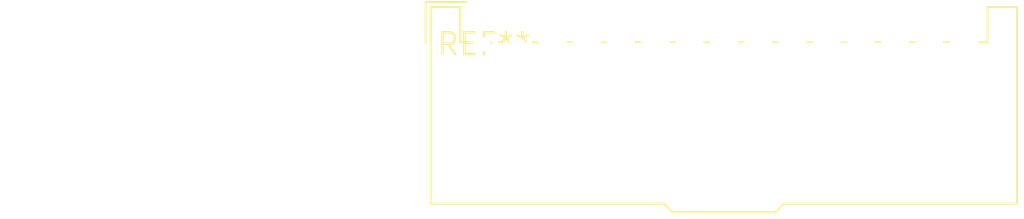
<source format=kicad_pcb>
(kicad_pcb (version 20240108) (generator pcbnew)
  (layers (0 "F.Cu" signal) (31 "B.Cu" signal) (34 "B.Paste" user) (35 "F.Paste" user) (36 "B.SilkS" user "B.Silkscreen") (37 "F.SilkS" user "F.Silkscreen") (38 "B.Mask" user) (39 "F.Mask" user) (44 "Edge.Cuts" user))
  (net 0 "")
  (footprint "Molex_MicroClasp_55935-1510_1x15_P2.00mm_Horizontal" (layer "F.Cu") (at 0 0)
    (property "Reference" "REF**")
    (property "Value" "Molex_MicroClasp_55935-1510_1x15_P2.00mm_Horizontal")
    (fp_line (start -3.41 -2.46) (end -1 -2.46) (layer "F.SilkS") (stroke (width 0.12)))
    (fp_line (start -3.41 -0.05) (end -3.41 -2.46) (layer "F.SilkS") (stroke (width 0.12)))
    (fp_line (start -3.11 -2.16) (end -1.39 -2.16) (layer "F.SilkS") (stroke (width 0.12)))
    (fp_line (start -3.11 9.31) (end -3.11 -2.16) (layer "F.SilkS") (stroke (width 0.12)))
    (fp_line (start -1.39 -2.16) (end -1.39 -0.11) (layer "F.SilkS") (stroke (width 0.12)))
    (fp_line (start -1.39 -0.11) (end -0.86 -0.11) (layer "F.SilkS") (stroke (width 0.12)))
    (fp_line (start 0.86 -0.11) (end 1.14 -0.11) (layer "F.SilkS") (stroke (width 0.12)))
    (fp_line (start 2.86 -0.11) (end 3.14 -0.11) (layer "F.SilkS") (stroke (width 0.12)))
    (fp_line (start 4.86 -0.11) (end 5.14 -0.11) (layer "F.SilkS") (stroke (width 0.12)))
    (fp_line (start 6.86 -0.11) (end 7.14 -0.11) (layer "F.SilkS") (stroke (width 0.12)))
    (fp_line (start 8.86 -0.11) (end 9.14 -0.11) (layer "F.SilkS") (stroke (width 0.12)))
    (fp_line (start 10.5 9.31) (end -3.11 9.31) (layer "F.SilkS") (stroke (width 0.12)))
    (fp_line (start 10.86 -0.11) (end 11.14 -0.11) (layer "F.SilkS") (stroke (width 0.12)))
    (fp_line (start 11 9.81) (end 10.5 9.31) (layer "F.SilkS") (stroke (width 0.12)))
    (fp_line (start 12.86 -0.11) (end 13.14 -0.11) (layer "F.SilkS") (stroke (width 0.12)))
    (fp_line (start 14 9.81) (end 11 9.81) (layer "F.SilkS") (stroke (width 0.12)))
    (fp_line (start 14 9.81) (end 17 9.81) (layer "F.SilkS") (stroke (width 0.12)))
    (fp_line (start 14.86 -0.11) (end 15.14 -0.11) (layer "F.SilkS") (stroke (width 0.12)))
    (fp_line (start 16.86 -0.11) (end 17.14 -0.11) (layer "F.SilkS") (stroke (width 0.12)))
    (fp_line (start 17 9.81) (end 17.5 9.31) (layer "F.SilkS") (stroke (width 0.12)))
    (fp_line (start 17.5 9.31) (end 31.11 9.31) (layer "F.SilkS") (stroke (width 0.12)))
    (fp_line (start 18.86 -0.11) (end 19.14 -0.11) (layer "F.SilkS") (stroke (width 0.12)))
    (fp_line (start 20.86 -0.11) (end 21.14 -0.11) (layer "F.SilkS") (stroke (width 0.12)))
    (fp_line (start 22.86 -0.11) (end 23.14 -0.11) (layer "F.SilkS") (stroke (width 0.12)))
    (fp_line (start 24.86 -0.11) (end 25.14 -0.11) (layer "F.SilkS") (stroke (width 0.12)))
    (fp_line (start 26.86 -0.11) (end 27.14 -0.11) (layer "F.SilkS") (stroke (width 0.12)))
    (fp_line (start 29.39 -2.16) (end 29.39 -0.11) (layer "F.SilkS") (stroke (width 0.12)))
    (fp_line (start 29.39 -0.11) (end 28.86 -0.11) (layer "F.SilkS") (stroke (width 0.12)))
    (fp_line (start 31.11 -2.16) (end 29.39 -2.16) (layer "F.SilkS") (stroke (width 0.12)))
    (fp_line (start 31.11 9.31) (end 31.11 -2.16) (layer "F.SilkS") (stroke (width 0.12)))
    (pad "" np_thru_hole circle (at -2 2.4) (size 1.2 1.2) (drill 1.2) (layers *.Cu *.Mask))
    (pad "" np_thru_hole circle (at 30 2.4) (size 1.2 1.2) (drill 1.2) (layers *.Cu *.Mask))
    (pad "1" thru_hole roundrect (at 0 0) (size 1.2 1.8) (drill 0.8) (layers *.Cu *.Mask) (remove_unused_layers) (roundrect_rratio 0.208333))
    (pad "2" thru_hole oval (at 2 0) (size 1.2 1.8) (drill 0.8) (layers *.Cu *.Mask) (remove_unused_layers))
    (pad "3" thru_hole oval (at 4 0) (size 1.2 1.8) (drill 0.8) (layers *.Cu *.Mask) (remove_unused_layers))
    (pad "4" thru_hole oval (at 6 0) (size 1.2 1.8) (drill 0.8) (layers *.Cu *.Mask) (remove_unused_layers))
    (pad "5" thru_hole oval (at 8 0) (size 1.2 1.8) (drill 0.8) (layers *.Cu *.Mask) (remove_unused_layers))
    (pad "6" thru_hole oval (at 10 0) (size 1.2 1.8) (drill 0.8) (layers *.Cu *.Mask) (remove_unused_layers))
    (pad "7" thru_hole oval (at 12 0) (size 1.2 1.8) (drill 0.8) (layers *.Cu *.Mask) (remove_unused_layers))
    (pad "8" thru_hole oval (at 14 0) (size 1.2 1.8) (drill 0.8) (layers *.Cu *.Mask) (remove_unused_layers))
    (pad "9" thru_hole oval (at 16 0) (size 1.2 1.8) (drill 0.8) (layers *.Cu *.Mask) (remove_unused_layers))
    (pad "10" thru_hole oval (at 18 0) (size 1.2 1.8) (drill 0.8) (layers *.Cu *.Mask) (remove_unused_layers))
    (pad "11" thru_hole oval (at 20 0) (size 1.2 1.8) (drill 0.8) (layers *.Cu *.Mask) (remove_unused_layers))
    (pad "12" thru_hole oval (at 22 0) (size 1.2 1.8) (drill 0.8) (layers *.Cu *.Mask) (remove_unused_layers))
    (pad "13" thru_hole oval (at 24 0) (size 1.2 1.8) (drill 0.8) (layers *.Cu *.Mask) (remove_unused_layers))
    (pad "14" thru_hole oval (at 26 0) (size 1.2 1.8) (drill 0.8) (layers *.Cu *.Mask) (remove_unused_layers))
    (pad "15" thru_hole oval (at 28 0) (size 1.2 1.8) (drill 0.8) (layers *.Cu *.Mask) (remove_unused_layers))
  )
)
</source>
